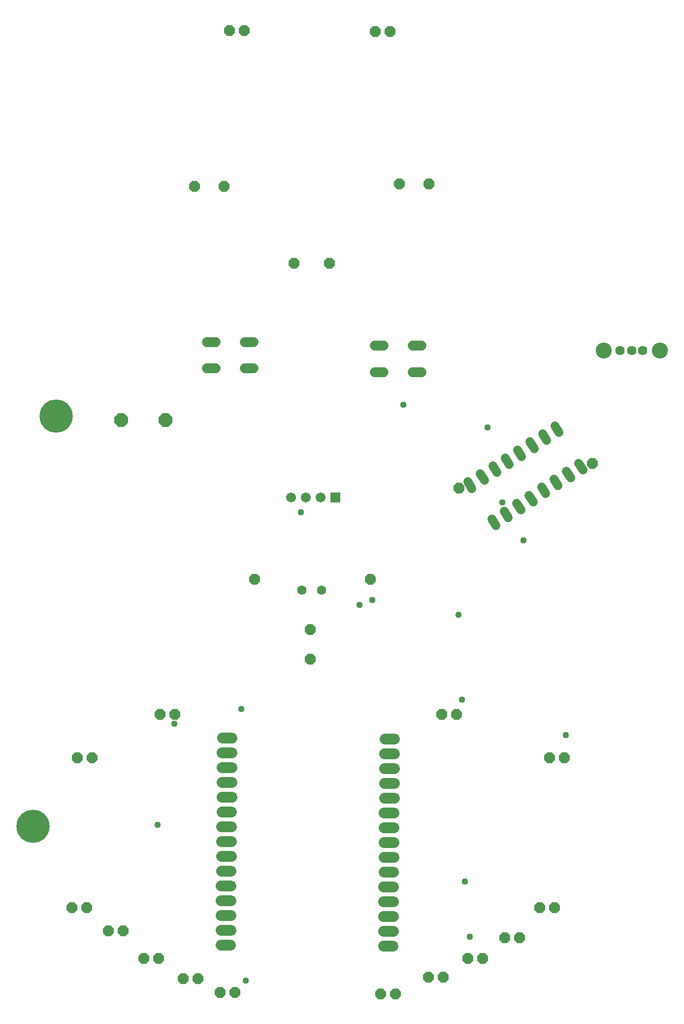
<source format=gbr>
G04 EAGLE Gerber RS-274X export*
G75*
%MOMM*%
%FSLAX34Y34*%
%LPD*%
%INSoldermask Bottom*%
%IPPOS*%
%AMOC8*
5,1,8,0,0,1.08239X$1,22.5*%
G01*
%ADD10C,1.524000*%
%ADD11P,2.034460X8X22.500000*%
%ADD12P,2.034460X8X202.500000*%
%ADD13C,1.603200*%
%ADD14P,2.034460X8X112.500000*%
%ADD15C,1.727200*%
%ADD16C,1.879600*%
%ADD17R,1.711200X1.711200*%
%ADD18C,1.711200*%
%ADD19P,1.951982X8X22.500000*%
%ADD20C,5.703200*%
%ADD21P,2.556822X8X22.500000*%
%ADD22C,1.625600*%
%ADD23C,2.743200*%
%ADD24C,1.117600*%


D10*
X1054251Y1031130D02*
X1061387Y1020016D01*
X1040012Y1006294D02*
X1032877Y1017408D01*
X926005Y948798D02*
X933141Y937683D01*
X911766Y923961D02*
X904631Y935076D01*
X1011503Y1003686D02*
X1018638Y992571D01*
X997264Y978849D02*
X990128Y989964D01*
X947380Y962520D02*
X954515Y951405D01*
X975889Y965127D02*
X968754Y976242D01*
X945797Y870952D02*
X952933Y859838D01*
X974307Y873560D02*
X967172Y884674D01*
X988546Y898397D02*
X995681Y887282D01*
X1017056Y901004D02*
X1009920Y912119D01*
X1031295Y925841D02*
X1038430Y914726D01*
X1059804Y928448D02*
X1052669Y939563D01*
X1074043Y953285D02*
X1081179Y942170D01*
X1102553Y955892D02*
X1095418Y967007D01*
D11*
X415520Y81900D03*
X440920Y81900D03*
X495080Y1710540D03*
X520480Y1710540D03*
X836720Y84240D03*
X862120Y84240D03*
X375740Y535860D03*
X401140Y535860D03*
X233000Y460980D03*
X258400Y460980D03*
X967760Y152100D03*
X993160Y152100D03*
X754820Y56160D03*
X780220Y56160D03*
X904580Y117000D03*
X929980Y117000D03*
X223640Y203580D03*
X249040Y203580D03*
X286820Y163800D03*
X312220Y163800D03*
X1028600Y203580D03*
X1054000Y203580D03*
X860120Y535860D03*
X885520Y535860D03*
X1044980Y460980D03*
X1070380Y460980D03*
X347660Y117000D03*
X373060Y117000D03*
D12*
X770860Y1708200D03*
X745460Y1708200D03*
D11*
X478700Y58500D03*
X504100Y58500D03*
D13*
X619480Y748800D03*
X653480Y748800D03*
D14*
X633494Y630378D03*
X633494Y681178D03*
D11*
X786974Y1446548D03*
X837774Y1446548D03*
X434398Y1442590D03*
X485198Y1442590D03*
D15*
X744872Y1168794D02*
X760112Y1168794D01*
X760112Y1123582D02*
X744872Y1123582D01*
X809896Y1168794D02*
X825136Y1168794D01*
X825136Y1123582D02*
X809896Y1123582D01*
X536490Y1130114D02*
X521250Y1130114D01*
X521250Y1175326D02*
X536490Y1175326D01*
X471466Y1130114D02*
X456226Y1130114D01*
X456226Y1175326D02*
X471466Y1175326D01*
D16*
X482577Y495137D02*
X499340Y495020D01*
X499163Y469621D02*
X482400Y469738D01*
X482222Y444339D02*
X498986Y444222D01*
X498808Y418822D02*
X482045Y418939D01*
X481868Y393540D02*
X498631Y393423D01*
X498454Y368024D02*
X481690Y368141D01*
X481513Y342741D02*
X498277Y342624D01*
X498099Y317225D02*
X481336Y317342D01*
X481158Y291942D02*
X497922Y291825D01*
X497745Y266426D02*
X480981Y266543D01*
X480804Y241144D02*
X497567Y241027D01*
X497390Y215627D02*
X480626Y215744D01*
X480449Y190345D02*
X497213Y190228D01*
X497035Y164828D02*
X480272Y164945D01*
X480094Y139546D02*
X496858Y139429D01*
X759488Y137596D02*
X776251Y137479D01*
X776428Y162878D02*
X759665Y162995D01*
X759842Y188394D02*
X776606Y188277D01*
X776783Y213677D02*
X760020Y213794D01*
X760197Y239193D02*
X776960Y239076D01*
X777138Y264475D02*
X760374Y264592D01*
X760551Y289992D02*
X777315Y289875D01*
X777492Y315274D02*
X760729Y315391D01*
X760906Y340791D02*
X777670Y340674D01*
X777847Y366073D02*
X761083Y366190D01*
X761261Y391589D02*
X778024Y391472D01*
X778202Y416872D02*
X761438Y416989D01*
X761615Y442388D02*
X778379Y442271D01*
X778556Y467671D02*
X761793Y467788D01*
X761970Y493187D02*
X778734Y493070D01*
D17*
X677004Y908008D03*
D18*
X651604Y908008D03*
X626204Y908008D03*
X600804Y908008D03*
D19*
X666900Y1310400D03*
X606060Y1310400D03*
X538200Y767520D03*
X737100Y767520D03*
D20*
X156780Y343980D03*
X196560Y1048320D03*
D19*
X1118520Y966420D03*
X889200Y924300D03*
D21*
X308220Y1041300D03*
X384420Y1041300D03*
D22*
X1186380Y1160640D03*
D23*
X1234380Y1160640D03*
X1138380Y1160640D03*
D22*
X1166380Y1160640D03*
X1205380Y1160640D03*
D24*
X718058Y723646D03*
X894080Y561594D03*
X371602Y346456D03*
X522478Y78232D03*
X899668Y248666D03*
X908050Y153670D03*
X740410Y732028D03*
X1072896Y500126D03*
X888492Y706882D03*
X617474Y882904D03*
X793496Y1067308D03*
X938784Y1028192D03*
X963930Y899668D03*
X1000000Y835000D03*
X515000Y545000D03*
X400000Y520000D03*
M02*

</source>
